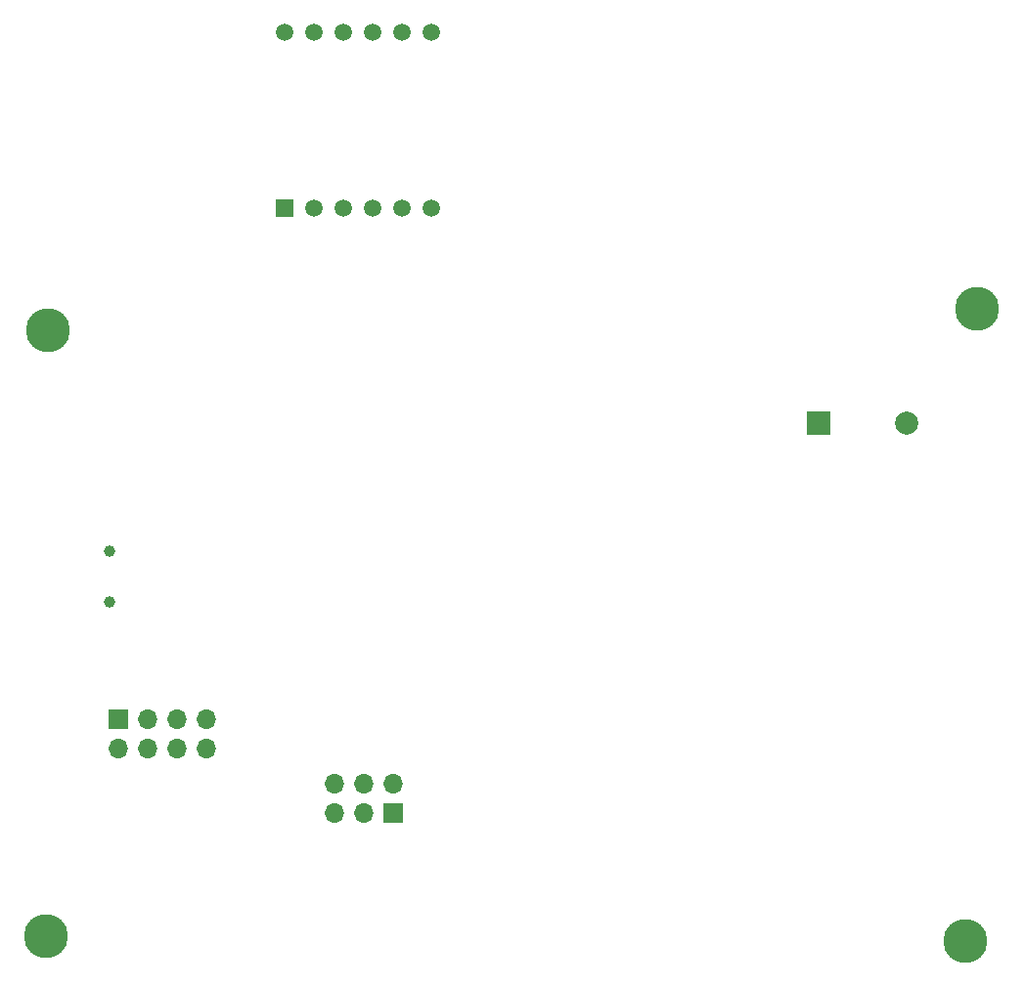
<source format=gbr>
%TF.GenerationSoftware,KiCad,Pcbnew,(7.0.0)*%
%TF.CreationDate,2023-04-20T18:13:23-06:00*%
%TF.ProjectId,Phase_B_ATMEGA_v3,50686173-655f-4425-9f41-544d4547415f,rev?*%
%TF.SameCoordinates,Original*%
%TF.FileFunction,Soldermask,Bot*%
%TF.FilePolarity,Negative*%
%FSLAX46Y46*%
G04 Gerber Fmt 4.6, Leading zero omitted, Abs format (unit mm)*
G04 Created by KiCad (PCBNEW (7.0.0)) date 2023-04-20 18:13:23*
%MOMM*%
%LPD*%
G01*
G04 APERTURE LIST*
%ADD10C,3.800000*%
%ADD11C,1.000000*%
%ADD12R,2.000000X2.000000*%
%ADD13C,2.000000*%
%ADD14R,1.700000X1.700000*%
%ADD15O,1.700000X1.700000*%
%ADD16R,1.500000X1.500000*%
%ADD17C,1.500000*%
G04 APERTURE END LIST*
D10*
%TO.C,REF\u002A\u002A*%
X206050000Y-120050000D03*
%TD*%
%TO.C,REF\u002A\u002A*%
X126500000Y-119625000D03*
%TD*%
%TO.C,REF\u002A\u002A*%
X207100000Y-65300000D03*
%TD*%
%TO.C,REF\u002A\u002A*%
X126600000Y-67200000D03*
%TD*%
D11*
%TO.C,J2*%
X132000000Y-86275000D03*
X132000000Y-90675000D03*
%TD*%
D12*
%TO.C,LS1*%
X193374999Y-75224999D03*
D13*
X200975000Y-75225000D03*
%TD*%
D14*
%TO.C,J1*%
X156524999Y-109039999D03*
D15*
X156524999Y-106499999D03*
X153984999Y-109039999D03*
X153984999Y-106499999D03*
X151444999Y-109039999D03*
X151444999Y-106499999D03*
%TD*%
D16*
%TO.C,U1*%
X147099999Y-56552499D03*
D17*
X149640000Y-56552500D03*
X152180000Y-56552500D03*
X154720000Y-56552500D03*
X157260000Y-56552500D03*
X159800000Y-56552500D03*
X159800000Y-41312500D03*
X157260000Y-41312500D03*
X154720000Y-41312500D03*
X152180000Y-41312500D03*
X149640000Y-41312500D03*
X147100000Y-41312500D03*
%TD*%
D14*
%TO.C,J3*%
X132754999Y-100834999D03*
D15*
X132754999Y-103374999D03*
X135294999Y-100834999D03*
X135294999Y-103374999D03*
X137834999Y-100834999D03*
X137834999Y-103374999D03*
X140374999Y-100834999D03*
X140374999Y-103374999D03*
%TD*%
M02*

</source>
